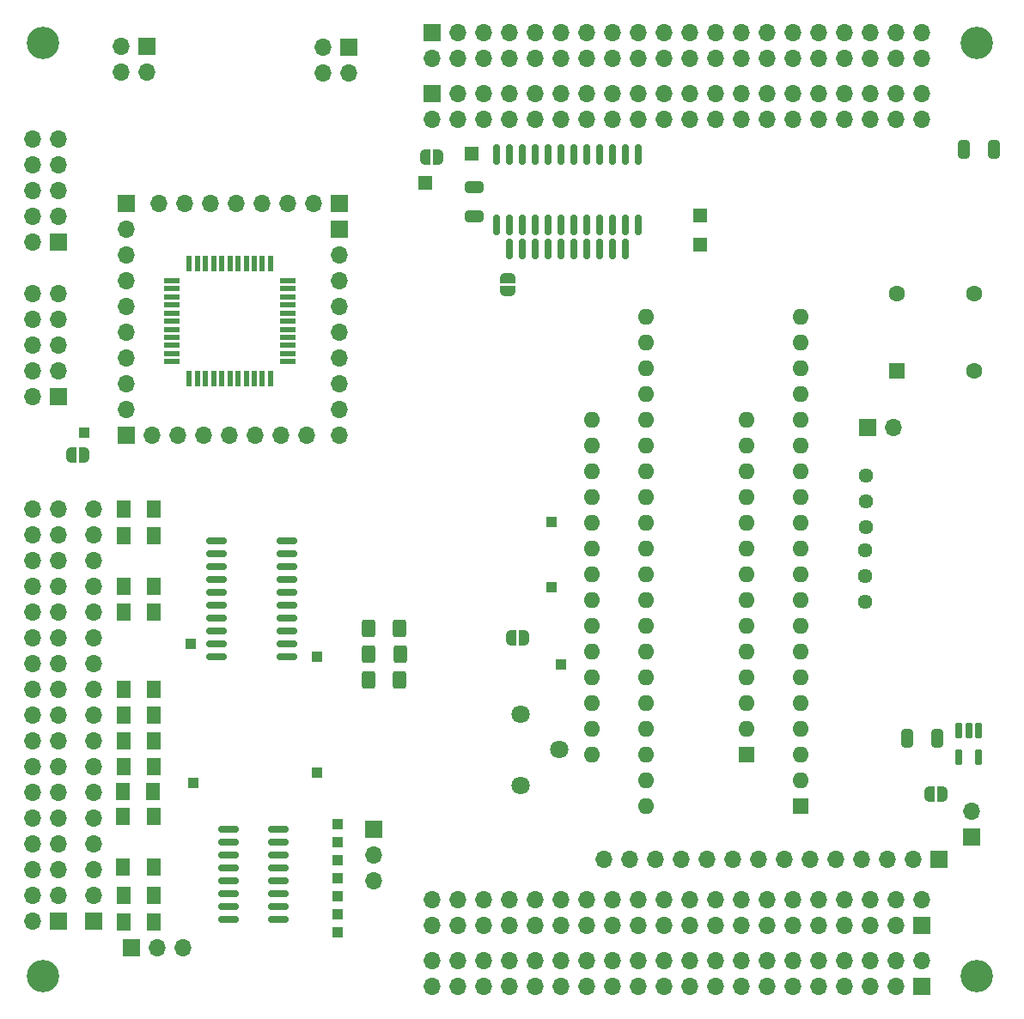
<source format=gbr>
%TF.GenerationSoftware,KiCad,Pcbnew,8.0.5-8.0.5-0~ubuntu22.04.1*%
%TF.CreationDate,2024-10-11T08:26:29+02:00*%
%TF.ProjectId,WD1771_Board,57443137-3731-45f4-926f-6172642e6b69,rev?*%
%TF.SameCoordinates,Original*%
%TF.FileFunction,Soldermask,Top*%
%TF.FilePolarity,Negative*%
%FSLAX46Y46*%
G04 Gerber Fmt 4.6, Leading zero omitted, Abs format (unit mm)*
G04 Created by KiCad (PCBNEW 8.0.5-8.0.5-0~ubuntu22.04.1) date 2024-10-11 08:26:29*
%MOMM*%
%LPD*%
G01*
G04 APERTURE LIST*
G04 Aperture macros list*
%AMRoundRect*
0 Rectangle with rounded corners*
0 $1 Rounding radius*
0 $2 $3 $4 $5 $6 $7 $8 $9 X,Y pos of 4 corners*
0 Add a 4 corners polygon primitive as box body*
4,1,4,$2,$3,$4,$5,$6,$7,$8,$9,$2,$3,0*
0 Add four circle primitives for the rounded corners*
1,1,$1+$1,$2,$3*
1,1,$1+$1,$4,$5*
1,1,$1+$1,$6,$7*
1,1,$1+$1,$8,$9*
0 Add four rect primitives between the rounded corners*
20,1,$1+$1,$2,$3,$4,$5,0*
20,1,$1+$1,$4,$5,$6,$7,0*
20,1,$1+$1,$6,$7,$8,$9,0*
20,1,$1+$1,$8,$9,$2,$3,0*%
%AMFreePoly0*
4,1,19,0.500000,-0.750000,0.000000,-0.750000,0.000000,-0.744911,-0.071157,-0.744911,-0.207708,-0.704816,-0.327430,-0.627875,-0.420627,-0.520320,-0.479746,-0.390866,-0.500000,-0.250000,-0.500000,0.250000,-0.479746,0.390866,-0.420627,0.520320,-0.327430,0.627875,-0.207708,0.704816,-0.071157,0.744911,0.000000,0.744911,0.000000,0.750000,0.500000,0.750000,0.500000,-0.750000,0.500000,-0.750000,
$1*%
%AMFreePoly1*
4,1,19,0.000000,0.744911,0.071157,0.744911,0.207708,0.704816,0.327430,0.627875,0.420627,0.520320,0.479746,0.390866,0.500000,0.250000,0.500000,-0.250000,0.479746,-0.390866,0.420627,-0.520320,0.327430,-0.627875,0.207708,-0.704816,0.071157,-0.744911,0.000000,-0.744911,0.000000,-0.750000,-0.500000,-0.750000,-0.500000,0.750000,0.000000,0.750000,0.000000,0.744911,0.000000,0.744911,
$1*%
G04 Aperture macros list end*
%ADD10RoundRect,0.150000X0.150000X-0.875000X0.150000X0.875000X-0.150000X0.875000X-0.150000X-0.875000X0*%
%ADD11R,1.700000X1.700000*%
%ADD12O,1.700000X1.700000*%
%ADD13RoundRect,0.250001X-0.462499X-0.624999X0.462499X-0.624999X0.462499X0.624999X-0.462499X0.624999X0*%
%ADD14R,1.000000X1.000000*%
%ADD15R,1.500000X0.550000*%
%ADD16R,0.550000X1.500000*%
%ADD17R,1.350000X1.350000*%
%ADD18RoundRect,0.250000X-0.325000X-0.650000X0.325000X-0.650000X0.325000X0.650000X-0.325000X0.650000X0*%
%ADD19RoundRect,0.162500X-0.162500X0.617500X-0.162500X-0.617500X0.162500X-0.617500X0.162500X0.617500X0*%
%ADD20FreePoly0,270.000000*%
%ADD21FreePoly1,270.000000*%
%ADD22RoundRect,0.150000X-0.825000X-0.150000X0.825000X-0.150000X0.825000X0.150000X-0.825000X0.150000X0*%
%ADD23FreePoly0,0.000000*%
%ADD24FreePoly1,0.000000*%
%ADD25FreePoly0,180.000000*%
%ADD26FreePoly1,180.000000*%
%ADD27C,1.800000*%
%ADD28C,3.200000*%
%ADD29R,1.600000X1.600000*%
%ADD30O,1.600000X1.600000*%
%ADD31C,1.600000*%
%ADD32C,1.440000*%
%ADD33RoundRect,0.150000X0.150000X-0.837500X0.150000X0.837500X-0.150000X0.837500X-0.150000X-0.837500X0*%
%ADD34RoundRect,0.250000X0.400000X0.625000X-0.400000X0.625000X-0.400000X-0.625000X0.400000X-0.625000X0*%
%ADD35RoundRect,0.250000X0.325000X0.650000X-0.325000X0.650000X-0.325000X-0.650000X0.325000X-0.650000X0*%
%ADD36RoundRect,0.250000X-0.650000X0.325000X-0.650000X-0.325000X0.650000X-0.325000X0.650000X0.325000X0*%
%ADD37RoundRect,0.150000X-0.837500X-0.150000X0.837500X-0.150000X0.837500X0.150000X-0.837500X0.150000X0*%
G04 APERTURE END LIST*
D10*
%TO.C,U8*%
X99983783Y-74321416D03*
X101253783Y-74321416D03*
X102523783Y-74321416D03*
X103793783Y-74321416D03*
X105063783Y-74321416D03*
X106333783Y-74321416D03*
X107603783Y-74321416D03*
X108873783Y-74321416D03*
X110143783Y-74321416D03*
X111413783Y-74321416D03*
X111413783Y-65021416D03*
X110143783Y-65021416D03*
X108873783Y-65021416D03*
X107603783Y-65021416D03*
X106333783Y-65021416D03*
X105063783Y-65021416D03*
X103793783Y-65021416D03*
X102523783Y-65021416D03*
X101253783Y-65021416D03*
X99983783Y-65021416D03*
%TD*%
D11*
%TO.C,J30*%
X64262000Y-54356000D03*
D12*
X61722000Y-54356000D03*
X64262000Y-56896000D03*
X61722000Y-56896000D03*
%TD*%
D13*
%TO.C,D12*%
X61885500Y-135255000D03*
X64860500Y-135255000D03*
%TD*%
D14*
%TO.C,J29*%
X83058000Y-131064000D03*
%TD*%
D15*
%TO.C,U4*%
X66705000Y-77420000D03*
X66705000Y-78220000D03*
X66705000Y-79020000D03*
X66705000Y-79820000D03*
X66705000Y-80620000D03*
X66705000Y-81420000D03*
X66705000Y-82220000D03*
X66705000Y-83020000D03*
X66705000Y-83820000D03*
X66705000Y-84620000D03*
X66705000Y-85420000D03*
D16*
X68405000Y-87120000D03*
X69205000Y-87120000D03*
X70005000Y-87120000D03*
X70805000Y-87120000D03*
X71605000Y-87120000D03*
X72405000Y-87120000D03*
X73205000Y-87120000D03*
X74005000Y-87120000D03*
X74805000Y-87120000D03*
X75605000Y-87120000D03*
X76405000Y-87120000D03*
D15*
X78105000Y-85420000D03*
X78105000Y-84620000D03*
X78105000Y-83820000D03*
X78105000Y-83020000D03*
X78105000Y-82220000D03*
X78105000Y-81420000D03*
X78105000Y-80620000D03*
X78105000Y-79820000D03*
X78105000Y-79020000D03*
X78105000Y-78220000D03*
X78105000Y-77420000D03*
D16*
X76405000Y-75720000D03*
X75605000Y-75720000D03*
X74805000Y-75720000D03*
X74005000Y-75720000D03*
X73205000Y-75720000D03*
X72405000Y-75720000D03*
X71605000Y-75720000D03*
X70805000Y-75720000D03*
X70005000Y-75720000D03*
X69205000Y-75720000D03*
X68405000Y-75720000D03*
%TD*%
D11*
%TO.C,J15*%
X83185000Y-72390000D03*
D12*
X83185000Y-74930000D03*
X83185000Y-77470000D03*
X83185000Y-80010000D03*
X83185000Y-82550000D03*
X83185000Y-85090000D03*
X83185000Y-87630000D03*
X83185000Y-90170000D03*
X83185000Y-92710000D03*
%TD*%
D17*
%TO.C,J8*%
X91694000Y-67818000D03*
%TD*%
D11*
%TO.C,J1*%
X92367000Y-53000000D03*
D12*
X92367000Y-55540000D03*
X94907000Y-53000000D03*
X94907000Y-55540000D03*
X97447000Y-53000000D03*
X97447000Y-55540000D03*
X99987000Y-53000000D03*
X99987000Y-55540000D03*
X102527000Y-53000000D03*
X102527000Y-55540000D03*
X105067000Y-53000000D03*
X105067000Y-55540000D03*
X107607000Y-53000000D03*
X107607000Y-55540000D03*
X110147000Y-53000000D03*
X110147000Y-55540000D03*
X112687000Y-53000000D03*
X112687000Y-55540000D03*
X115227000Y-53000000D03*
X115227000Y-55540000D03*
X117767000Y-53000000D03*
X117767000Y-55540000D03*
X120307000Y-53000000D03*
X120307000Y-55540000D03*
X122847000Y-53000000D03*
X122847000Y-55540000D03*
X125387000Y-53000000D03*
X125387000Y-55540000D03*
X127927000Y-53000000D03*
X127927000Y-55540000D03*
X130467000Y-53000000D03*
X130467000Y-55540000D03*
X133007000Y-53000000D03*
X133007000Y-55540000D03*
X135547000Y-53000000D03*
X135547000Y-55540000D03*
X138087000Y-53000000D03*
X138087000Y-55540000D03*
X140627000Y-53000000D03*
X140627000Y-55540000D03*
%TD*%
D11*
%TO.C,JP6*%
X135255000Y-91948000D03*
D12*
X137795000Y-91948000D03*
%TD*%
D11*
%TO.C,J12*%
X55540000Y-140627000D03*
D12*
X53000000Y-140627000D03*
X55540000Y-138087000D03*
X53000000Y-138087000D03*
X55540000Y-135547000D03*
X53000000Y-135547000D03*
X55540000Y-133007000D03*
X53000000Y-133007000D03*
X55540000Y-130467000D03*
X53000000Y-130467000D03*
X55540000Y-127927000D03*
X53000000Y-127927000D03*
X55540000Y-125387000D03*
X53000000Y-125387000D03*
X55540000Y-122847000D03*
X53000000Y-122847000D03*
X55540000Y-120307000D03*
X53000000Y-120307000D03*
X55540000Y-117767000D03*
X53000000Y-117767000D03*
X55540000Y-115227000D03*
X53000000Y-115227000D03*
X55540000Y-112687000D03*
X53000000Y-112687000D03*
X55540000Y-110147000D03*
X53000000Y-110147000D03*
X55540000Y-107607000D03*
X53000000Y-107607000D03*
X55540000Y-105067000D03*
X53000000Y-105067000D03*
X55540000Y-102527000D03*
X53000000Y-102527000D03*
X55540000Y-99987000D03*
X53000000Y-99987000D03*
%TD*%
D18*
%TO.C,C3*%
X144725000Y-64500000D03*
X147675000Y-64500000D03*
%TD*%
D13*
%TO.C,D6*%
X61922000Y-120269000D03*
X64897000Y-120269000D03*
%TD*%
D19*
%TO.C,U5*%
X146172000Y-121760000D03*
X145222000Y-121760000D03*
X144272000Y-121760000D03*
X144272000Y-124460000D03*
X146172000Y-124460000D03*
%TD*%
D20*
%TO.C,JP8*%
X99822000Y-77186000D03*
D21*
X99822000Y-78486000D03*
%TD*%
D11*
%TO.C,JP3*%
X86614000Y-131572000D03*
D12*
X86614000Y-134112000D03*
X86614000Y-136652000D03*
%TD*%
D17*
%TO.C,J9*%
X118745000Y-73914000D03*
%TD*%
D11*
%TO.C,J4*%
X140627000Y-141000000D03*
D12*
X140627000Y-138460000D03*
X138087000Y-141000000D03*
X138087000Y-138460000D03*
X135547000Y-141000000D03*
X135547000Y-138460000D03*
X133007000Y-141000000D03*
X133007000Y-138460000D03*
X130467000Y-141000000D03*
X130467000Y-138460000D03*
X127927000Y-141000000D03*
X127927000Y-138460000D03*
X125387000Y-141000000D03*
X125387000Y-138460000D03*
X122847000Y-141000000D03*
X122847000Y-138460000D03*
X120307000Y-141000000D03*
X120307000Y-138460000D03*
X117767000Y-141000000D03*
X117767000Y-138460000D03*
X115227000Y-141000000D03*
X115227000Y-138460000D03*
X112687000Y-141000000D03*
X112687000Y-138460000D03*
X110147000Y-141000000D03*
X110147000Y-138460000D03*
X107607000Y-141000000D03*
X107607000Y-138460000D03*
X105067000Y-141000000D03*
X105067000Y-138460000D03*
X102527000Y-141000000D03*
X102527000Y-138460000D03*
X99987000Y-141000000D03*
X99987000Y-138460000D03*
X97447000Y-141000000D03*
X97447000Y-138460000D03*
X94907000Y-141000000D03*
X94907000Y-138460000D03*
X92367000Y-141000000D03*
X92367000Y-138460000D03*
%TD*%
D11*
%TO.C,J31*%
X84094000Y-54376000D03*
D12*
X81554000Y-54376000D03*
X84094000Y-56916000D03*
X81554000Y-56916000D03*
%TD*%
D14*
%TO.C,J28*%
X83058000Y-132842000D03*
%TD*%
D11*
%TO.C,J7*%
X83185000Y-69850000D03*
D12*
X80645000Y-69850000D03*
X78105000Y-69850000D03*
X75565000Y-69850000D03*
X73025000Y-69850000D03*
X70485000Y-69850000D03*
X67945000Y-69850000D03*
X65405000Y-69850000D03*
%TD*%
D14*
%TO.C,J18*%
X81026000Y-114554000D03*
%TD*%
D22*
%TO.C,U6*%
X72266000Y-131572000D03*
X72266000Y-132842000D03*
X72266000Y-134112000D03*
X72266000Y-135382000D03*
X72266000Y-136652000D03*
X72266000Y-137922000D03*
X72266000Y-139192000D03*
X72266000Y-140462000D03*
X77216000Y-140462000D03*
X77216000Y-139192000D03*
X77216000Y-137922000D03*
X77216000Y-136652000D03*
X77216000Y-135382000D03*
X77216000Y-134112000D03*
X77216000Y-132842000D03*
X77216000Y-131572000D03*
%TD*%
D14*
%TO.C,J17*%
X68834000Y-127000000D03*
%TD*%
D11*
%TO.C,JP1*%
X62738000Y-143256000D03*
D12*
X65278000Y-143256000D03*
X67818000Y-143256000D03*
%TD*%
D17*
%TO.C,J10*%
X118745000Y-70993000D03*
%TD*%
D23*
%TO.C,JP2*%
X56754000Y-94615000D03*
D24*
X58054000Y-94615000D03*
%TD*%
D14*
%TO.C,J27*%
X83058000Y-134620000D03*
%TD*%
%TO.C,J34*%
X104140000Y-107696000D03*
%TD*%
%TO.C,J20*%
X81026000Y-125984000D03*
%TD*%
D25*
%TO.C,JP4*%
X142625000Y-128050000D03*
D26*
X141325000Y-128050000D03*
%TD*%
D13*
%TO.C,D5*%
X61922000Y-110109000D03*
X64897000Y-110109000D03*
%TD*%
%TO.C,D14*%
X61904500Y-140678000D03*
X64879500Y-140678000D03*
%TD*%
%TO.C,D11*%
X61885500Y-130302000D03*
X64860500Y-130302000D03*
%TD*%
D23*
%TO.C,JP7*%
X100096800Y-112674400D03*
D24*
X101396800Y-112674400D03*
%TD*%
D13*
%TO.C,D8*%
X61922000Y-122809000D03*
X64897000Y-122809000D03*
%TD*%
D17*
%TO.C,J5*%
X96225000Y-64925000D03*
%TD*%
D11*
%TO.C,J26*%
X145517000Y-132314000D03*
D12*
X145517000Y-129774000D03*
%TD*%
D11*
%TO.C,J2*%
X140627000Y-147000000D03*
D12*
X140627000Y-144460000D03*
X138087000Y-147000000D03*
X138087000Y-144460000D03*
X135547000Y-147000000D03*
X135547000Y-144460000D03*
X133007000Y-147000000D03*
X133007000Y-144460000D03*
X130467000Y-147000000D03*
X130467000Y-144460000D03*
X127927000Y-147000000D03*
X127927000Y-144460000D03*
X125387000Y-147000000D03*
X125387000Y-144460000D03*
X122847000Y-147000000D03*
X122847000Y-144460000D03*
X120307000Y-147000000D03*
X120307000Y-144460000D03*
X117767000Y-147000000D03*
X117767000Y-144460000D03*
X115227000Y-147000000D03*
X115227000Y-144460000D03*
X112687000Y-147000000D03*
X112687000Y-144460000D03*
X110147000Y-147000000D03*
X110147000Y-144460000D03*
X107607000Y-147000000D03*
X107607000Y-144460000D03*
X105067000Y-147000000D03*
X105067000Y-144460000D03*
X102527000Y-147000000D03*
X102527000Y-144460000D03*
X99987000Y-147000000D03*
X99987000Y-144460000D03*
X97447000Y-147000000D03*
X97447000Y-144460000D03*
X94907000Y-147000000D03*
X94907000Y-144460000D03*
X92367000Y-147000000D03*
X92367000Y-144460000D03*
%TD*%
D11*
%TO.C,J32*%
X55540000Y-73660000D03*
D12*
X53000000Y-73660000D03*
X55540000Y-71120000D03*
X53000000Y-71120000D03*
X55540000Y-68580000D03*
X53000000Y-68580000D03*
X55540000Y-66040000D03*
X53000000Y-66040000D03*
X55540000Y-63500000D03*
X53000000Y-63500000D03*
%TD*%
D11*
%TO.C,J14*%
X55540000Y-88900000D03*
D12*
X53000000Y-88900000D03*
X55540000Y-86360000D03*
X53000000Y-86360000D03*
X55540000Y-83820000D03*
X53000000Y-83820000D03*
X55540000Y-81280000D03*
X53000000Y-81280000D03*
X55540000Y-78740000D03*
X53000000Y-78740000D03*
%TD*%
D27*
%TO.C,C9*%
X104902000Y-123698000D03*
X101092000Y-120205500D03*
X101092000Y-127190500D03*
%TD*%
D13*
%TO.C,D10*%
X61883500Y-127824000D03*
X64858500Y-127824000D03*
%TD*%
%TO.C,D2*%
X61922000Y-99949000D03*
X64897000Y-99949000D03*
%TD*%
D28*
%TO.C,H3*%
X146000000Y-54000000D03*
%TD*%
D14*
%TO.C,J22*%
X83058000Y-141732000D03*
%TD*%
%TO.C,J33*%
X104140000Y-101219000D03*
%TD*%
D13*
%TO.C,D4*%
X61922000Y-107569000D03*
X64897000Y-107569000D03*
%TD*%
D29*
%TO.C,U3*%
X123317000Y-124206000D03*
D30*
X123317000Y-121666000D03*
X123317000Y-119126000D03*
X123317000Y-116586000D03*
X123317000Y-114046000D03*
X123317000Y-111506000D03*
X123317000Y-108966000D03*
X123317000Y-106426000D03*
X123317000Y-103886000D03*
X123317000Y-101346000D03*
X123317000Y-98806000D03*
X123317000Y-96266000D03*
X123317000Y-93726000D03*
X123317000Y-91186000D03*
X108077000Y-91186000D03*
X108077000Y-93726000D03*
X108077000Y-96266000D03*
X108077000Y-98806000D03*
X108077000Y-101346000D03*
X108077000Y-103886000D03*
X108077000Y-106426000D03*
X108077000Y-108966000D03*
X108077000Y-111506000D03*
X108077000Y-114046000D03*
X108077000Y-116586000D03*
X108077000Y-119126000D03*
X108077000Y-121666000D03*
X108077000Y-124206000D03*
%TD*%
D14*
%TO.C,J19*%
X68580000Y-113284000D03*
%TD*%
%TO.C,J35*%
X105003600Y-115316000D03*
%TD*%
D13*
%TO.C,D3*%
X61904500Y-102616000D03*
X64879500Y-102616000D03*
%TD*%
D14*
%TO.C,J24*%
X83058000Y-136398000D03*
%TD*%
D11*
%TO.C,J11*%
X142325000Y-134525000D03*
D12*
X139785000Y-134525000D03*
X137245000Y-134525000D03*
X134705000Y-134525000D03*
X132165000Y-134525000D03*
X129625000Y-134525000D03*
X127085000Y-134525000D03*
X124545000Y-134525000D03*
X122005000Y-134525000D03*
X119465000Y-134525000D03*
X116925000Y-134525000D03*
X114385000Y-134525000D03*
X111845000Y-134525000D03*
X109305000Y-134525000D03*
%TD*%
D13*
%TO.C,D9*%
X61922000Y-125349000D03*
X64897000Y-125349000D03*
%TD*%
D29*
%TO.C,X1*%
X138176000Y-86360000D03*
D31*
X145796000Y-86360000D03*
X145796000Y-78740000D03*
X138176000Y-78740000D03*
%TD*%
D11*
%TO.C,J3*%
X92367000Y-59000000D03*
D12*
X92367000Y-61540000D03*
X94907000Y-59000000D03*
X94907000Y-61540000D03*
X97447000Y-59000000D03*
X97447000Y-61540000D03*
X99987000Y-59000000D03*
X99987000Y-61540000D03*
X102527000Y-59000000D03*
X102527000Y-61540000D03*
X105067000Y-59000000D03*
X105067000Y-61540000D03*
X107607000Y-59000000D03*
X107607000Y-61540000D03*
X110147000Y-59000000D03*
X110147000Y-61540000D03*
X112687000Y-59000000D03*
X112687000Y-61540000D03*
X115227000Y-59000000D03*
X115227000Y-61540000D03*
X117767000Y-59000000D03*
X117767000Y-61540000D03*
X120307000Y-59000000D03*
X120307000Y-61540000D03*
X122847000Y-59000000D03*
X122847000Y-61540000D03*
X125387000Y-59000000D03*
X125387000Y-61540000D03*
X127927000Y-59000000D03*
X127927000Y-61540000D03*
X130467000Y-59000000D03*
X130467000Y-61540000D03*
X133007000Y-59000000D03*
X133007000Y-61540000D03*
X135547000Y-59000000D03*
X135547000Y-61540000D03*
X138087000Y-59000000D03*
X138087000Y-61540000D03*
X140627000Y-59000000D03*
X140627000Y-61540000D03*
%TD*%
D14*
%TO.C,J21*%
X58039000Y-92456000D03*
%TD*%
D13*
%TO.C,D13*%
X61904500Y-138049000D03*
X64879500Y-138049000D03*
%TD*%
D32*
%TO.C,RV1*%
X135052000Y-96680000D03*
X135052000Y-99220000D03*
X135052000Y-101760000D03*
%TD*%
D25*
%TO.C,JP9*%
X92964000Y-65278000D03*
D26*
X91664000Y-65278000D03*
%TD*%
D14*
%TO.C,J23*%
X83058000Y-139954000D03*
%TD*%
D11*
%TO.C,J16*%
X62230000Y-92710000D03*
D12*
X64770000Y-92710000D03*
X67310000Y-92710000D03*
X69850000Y-92710000D03*
X72390000Y-92710000D03*
X74930000Y-92710000D03*
X77470000Y-92710000D03*
X80010000Y-92710000D03*
%TD*%
D33*
%TO.C,U9*%
X98714717Y-71919580D03*
X99984717Y-71919580D03*
X101254717Y-71919580D03*
X102524717Y-71919580D03*
X103794717Y-71919580D03*
X105064717Y-71919580D03*
X106334717Y-71919580D03*
X107604717Y-71919580D03*
X108874717Y-71919580D03*
X110144717Y-71919580D03*
X111414717Y-71919580D03*
X112684717Y-71919580D03*
X112684717Y-64994580D03*
X111414717Y-64994580D03*
X110144717Y-64994580D03*
X108874717Y-64994580D03*
X107604717Y-64994580D03*
X106334717Y-64994580D03*
X105064717Y-64994580D03*
X103794717Y-64994580D03*
X102524717Y-64994580D03*
X101254717Y-64994580D03*
X99984717Y-64994580D03*
X98714717Y-64994580D03*
%TD*%
D28*
%TO.C,H1*%
X54000000Y-54000000D03*
%TD*%
D34*
%TO.C,R8*%
X89154000Y-116840000D03*
X86054000Y-116840000D03*
%TD*%
D14*
%TO.C,J25*%
X83058000Y-138176000D03*
%TD*%
D13*
%TO.C,D7*%
X61922000Y-117729000D03*
X64897000Y-117729000D03*
%TD*%
D28*
%TO.C,H2*%
X54000000Y-146000000D03*
%TD*%
D35*
%TO.C,C7*%
X142100000Y-122525000D03*
X139150000Y-122525000D03*
%TD*%
D11*
%TO.C,J6*%
X62230000Y-69850000D03*
D12*
X62230000Y-72390000D03*
X62230000Y-74930000D03*
X62230000Y-77470000D03*
X62230000Y-80010000D03*
X62230000Y-82550000D03*
X62230000Y-85090000D03*
X62230000Y-87630000D03*
X62230000Y-90170000D03*
%TD*%
D36*
%TO.C,C4*%
X96520000Y-68170000D03*
X96520000Y-71120000D03*
%TD*%
D37*
%TO.C,U2*%
X71120000Y-103124000D03*
X71120000Y-104394000D03*
X71120000Y-105664000D03*
X71120000Y-106934000D03*
X71120000Y-108204000D03*
X71120000Y-109474000D03*
X71120000Y-110744000D03*
X71120000Y-112014000D03*
X71120000Y-113284000D03*
X71120000Y-114554000D03*
X78045000Y-114554000D03*
X78045000Y-113284000D03*
X78045000Y-112014000D03*
X78045000Y-110744000D03*
X78045000Y-109474000D03*
X78045000Y-108204000D03*
X78045000Y-106934000D03*
X78045000Y-105664000D03*
X78045000Y-104394000D03*
X78045000Y-103124000D03*
%TD*%
D29*
%TO.C,U7*%
X128651000Y-129271000D03*
D30*
X128651000Y-126731000D03*
X128651000Y-124191000D03*
X128651000Y-121651000D03*
X128651000Y-119111000D03*
X128651000Y-116571000D03*
X128651000Y-114031000D03*
X128651000Y-111491000D03*
X128651000Y-108951000D03*
X128651000Y-106411000D03*
X128651000Y-103871000D03*
X128651000Y-101331000D03*
X128651000Y-98791000D03*
X128651000Y-96251000D03*
X128651000Y-93711000D03*
X128651000Y-91171000D03*
X128651000Y-88631000D03*
X128651000Y-86091000D03*
X128651000Y-83551000D03*
X128651000Y-81011000D03*
X113411000Y-81011000D03*
X113411000Y-83551000D03*
X113411000Y-86091000D03*
X113411000Y-88631000D03*
X113411000Y-91171000D03*
X113411000Y-93711000D03*
X113411000Y-96251000D03*
X113411000Y-98791000D03*
X113411000Y-101331000D03*
X113411000Y-103871000D03*
X113411000Y-106411000D03*
X113411000Y-108951000D03*
X113411000Y-111491000D03*
X113411000Y-114031000D03*
X113411000Y-116571000D03*
X113411000Y-119111000D03*
X113411000Y-121651000D03*
X113411000Y-124191000D03*
X113411000Y-126731000D03*
X113411000Y-129271000D03*
%TD*%
D32*
%TO.C,RV2*%
X135000000Y-103975000D03*
X135000000Y-106515000D03*
X135000000Y-109055000D03*
%TD*%
D34*
%TO.C,R10*%
X89154000Y-111760000D03*
X86054000Y-111760000D03*
%TD*%
%TO.C,R9*%
X89206000Y-114300000D03*
X86106000Y-114300000D03*
%TD*%
D11*
%TO.C,J13*%
X59000000Y-140627000D03*
D12*
X59000000Y-138087000D03*
X59000000Y-135547000D03*
X59000000Y-133007000D03*
X59000000Y-130467000D03*
X59000000Y-127927000D03*
X59000000Y-125387000D03*
X59000000Y-122847000D03*
X59000000Y-120307000D03*
X59000000Y-117767000D03*
X59000000Y-115227000D03*
X59000000Y-112687000D03*
X59000000Y-110147000D03*
X59000000Y-107607000D03*
X59000000Y-105067000D03*
X59000000Y-102527000D03*
X59000000Y-99987000D03*
%TD*%
D28*
%TO.C,H4*%
X146000000Y-146000000D03*
%TD*%
M02*

</source>
